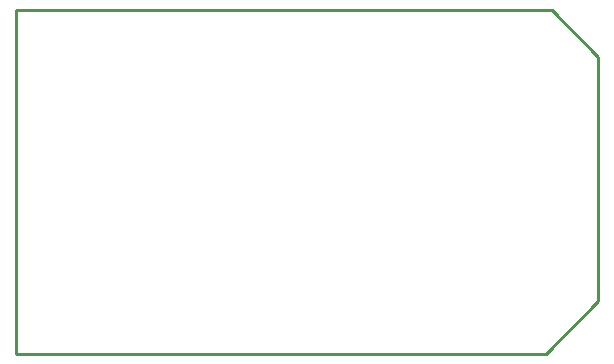
<source format=gbr>
%TF.GenerationSoftware,Altium Limited,Altium Designer,20.0.13 (296)*%
G04 Layer_Color=16711935*
%FSLAX45Y45*%
%MOMM*%
%TF.FileFunction,Other,Mechanical_1*%
%TF.Part,Single*%
G01*
G75*
%TA.AperFunction,NonConductor*%
%ADD22C,0.25400*%
D22*
X10083800Y7505700D02*
X10083800Y4597400D01*
X10083800Y7505699D02*
X14617700Y7505700D01*
X15011400Y7112000D01*
Y5041900D02*
Y7112000D01*
X14566901Y4597400D02*
X15011400Y5041900D01*
X10083800Y4597400D02*
X14566901D01*
%TF.MD5,8800ddbf46f0fba289cd59f3a9c3c52e*%
M02*

</source>
